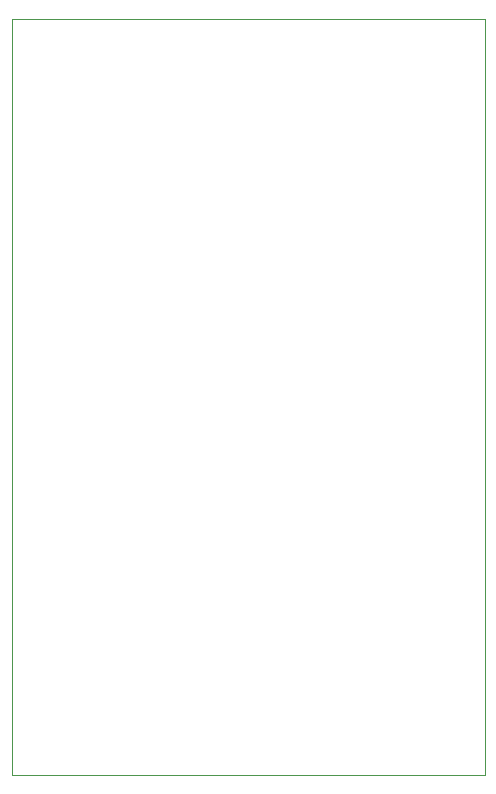
<source format=gbr>
%TF.GenerationSoftware,KiCad,Pcbnew,5.1.6-c6e7f7d~87~ubuntu18.04.1*%
%TF.CreationDate,2020-12-29T19:32:25-08:00*%
%TF.ProjectId,cv-extractor,63762d65-7874-4726-9163-746f722e6b69,rev?*%
%TF.SameCoordinates,Original*%
%TF.FileFunction,Profile,NP*%
%FSLAX46Y46*%
G04 Gerber Fmt 4.6, Leading zero omitted, Abs format (unit mm)*
G04 Created by KiCad (PCBNEW 5.1.6-c6e7f7d~87~ubuntu18.04.1) date 2020-12-29 19:32:25*
%MOMM*%
%LPD*%
G01*
G04 APERTURE LIST*
%TA.AperFunction,Profile*%
%ADD10C,0.050000*%
%TD*%
G04 APERTURE END LIST*
D10*
X80000000Y-120000000D02*
X80000000Y-56000000D01*
X120000000Y-120000000D02*
X80000000Y-120000000D01*
X120000000Y-56000000D02*
X120000000Y-120000000D01*
X80000000Y-56000000D02*
X120000000Y-56000000D01*
M02*

</source>
